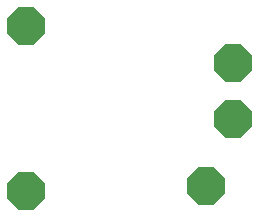
<source format=gbl>
G75*
G70*
%OFA0B0*%
%FSLAX24Y24*%
%IPPOS*%
%LPD*%
%AMOC8*
5,1,8,0,0,1.08239X$1,22.5*
%
%ADD10OC8,0.1250*%
D10*
X001146Y001996D03*
X001146Y007496D03*
X007146Y002146D03*
X008046Y004396D03*
X008046Y006246D03*
M02*

</source>
